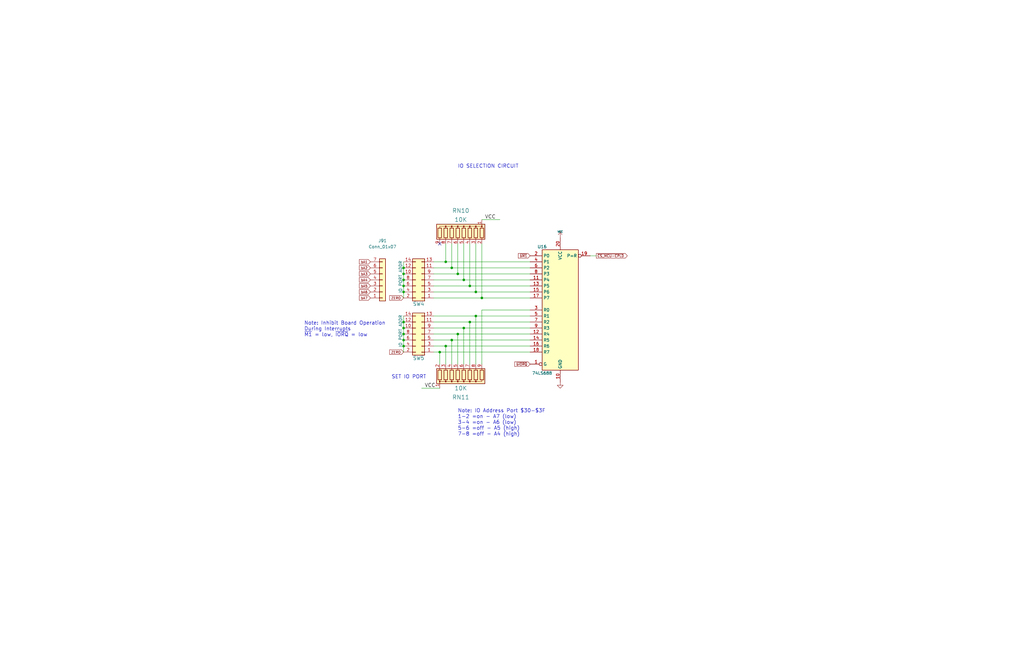
<source format=kicad_sch>
(kicad_sch (version 20211123) (generator eeschema)
  (paper "B")
  (lib_symbols
    (symbol "74xx:74LS688"
      (property "Reference" "U" (at -7.62 26.67 0))
      (property "Value" "74LS688" (at -7.62 -26.67 0))
      (symbol "74LS688_1_0"
        (pin input inverted (at -12.7 -22.86 0) (length 5.08) (name "G") (number "1"))
        (pin power_in line (at 0 -30.48 90) (length 5.08) (name "GND") (number "10"))
        (pin input line (at -12.7 12.7 0) (length 5.08) (name "P4") (number "11"))
        (pin input line (at -12.7 -10.16 0) (length 5.08) (name "R4") (number "12"))
        (pin input line (at -12.7 10.16 0) (length 5.08) (name "P5") (number "13"))
        (pin input line (at -12.7 -12.7 0) (length 5.08) (name "R5") (number "14"))
        (pin input line (at -12.7 7.62 0) (length 5.08) (name "P6") (number "15"))
        (pin input line (at -12.7 -15.24 0) (length 5.08) (name "R6") (number "16"))
        (pin input line (at -12.7 5.08 0) (length 5.08) (name "P7") (number "17"))
        (pin input line (at -12.7 -17.78 0) (length 5.08) (name "R7") (number "18"))
        (pin output inverted (at 12.7 22.86 180) (length 5.08) (name "P=R") (number "19"))
        (pin input line (at -12.7 22.86 0) (length 5.08) (name "P0") (number "2"))
        (pin power_in line (at 0 30.48 270) (length 5.08) (name "VCC") (number "20"))
        (pin input line (at -12.7 0 0) (length 5.08) (name "R0") (number "3"))
        (pin input line (at -12.7 20.32 0) (length 5.08) (name "P1") (number "4"))
        (pin input line (at -12.7 -2.54 0) (length 5.08) (name "R1") (number "5"))
        (pin input line (at -12.7 17.78 0) (length 5.08) (name "P2") (number "6"))
        (pin input line (at -12.7 -5.08 0) (length 5.08) (name "R2") (number "7"))
        (pin input line (at -12.7 15.24 0) (length 5.08) (name "P3") (number "8"))
        (pin input line (at -12.7 -7.62 0) (length 5.08) (name "R3") (number "9"))
      )
      (symbol "74LS688_1_1"
        (rectangle (start -7.62 25.4) (end 7.62 -25.4) (stroke (width 0.254)) (fill (type background)))
      )
    )
    (symbol "Connector_Generic:Conn_01x07" (pin_names (offset 1.016) hide)
      (property "Reference" "J" (at 0 10.16 0))
      (property "Value" "Conn_01x07" (at 0 -10.16 0))
      (symbol "Conn_01x07_1_1"
        (rectangle (start -1.27 -7.493) (end 0 -7.747) (stroke (width 0.1524)))
        (rectangle (start -1.27 -4.953) (end 0 -5.207) (stroke (width 0.1524)))
        (rectangle (start -1.27 -2.413) (end 0 -2.667) (stroke (width 0.1524)))
        (rectangle (start -1.27 0.127) (end 0 -0.127) (stroke (width 0.1524)))
        (rectangle (start -1.27 2.667) (end 0 2.413) (stroke (width 0.1524)))
        (rectangle (start -1.27 5.207) (end 0 4.953) (stroke (width 0.1524)))
        (rectangle (start -1.27 7.747) (end 0 7.493) (stroke (width 0.1524)))
        (rectangle (start -1.27 8.89) (end 1.27 -8.89) (stroke (width 0.254)) (fill (type background)))
        (pin passive line (at -5.08 7.62 0) (length 3.81) (name "Pin_1") (number "1"))
        (pin passive line (at -5.08 5.08 0) (length 3.81) (name "Pin_2") (number "2"))
        (pin passive line (at -5.08 2.54 0) (length 3.81) (name "Pin_3") (number "3"))
        (pin passive line (at -5.08 0 0) (length 3.81) (name "Pin_4") (number "4"))
        (pin passive line (at -5.08 -2.54 0) (length 3.81) (name "Pin_5") (number "5"))
        (pin passive line (at -5.08 -5.08 0) (length 3.81) (name "Pin_6") (number "6"))
        (pin passive line (at -5.08 -7.62 0) (length 3.81) (name "Pin_7") (number "7"))
      )
    )
    (symbol "Connector_Generic:Conn_02x07_Odd_Even" (pin_names (offset 1.016) hide)
      (property "Reference" "J" (at 1.27 10.16 0))
      (property "Value" "Conn_02x07_Odd_Even" (at 1.27 -10.16 0))
      (symbol "Conn_02x07_Odd_Even_1_1"
        (rectangle (start -1.27 -7.493) (end 0 -7.747) (stroke (width 0.1524)))
        (rectangle (start -1.27 -4.953) (end 0 -5.207) (stroke (width 0.1524)))
        (rectangle (start -1.27 -2.413) (end 0 -2.667) (stroke (width 0.1524)))
        (rectangle (start -1.27 0.127) (end 0 -0.127) (stroke (width 0.1524)))
        (rectangle (start -1.27 2.667) (end 0 2.413) (stroke (width 0.1524)))
        (rectangle (start -1.27 5.207) (end 0 4.953) (stroke (width 0.1524)))
        (rectangle (start -1.27 7.747) (end 0 7.493) (stroke (width 0.1524)))
        (rectangle (start -1.27 8.89) (end 3.81 -8.89) (stroke (width 0.254)) (fill (type background)))
        (rectangle (start 3.81 -7.493) (end 2.54 -7.747) (stroke (width 0.1524)))
        (rectangle (start 3.81 -4.953) (end 2.54 -5.207) (stroke (width 0.1524)))
        (rectangle (start 3.81 -2.413) (end 2.54 -2.667) (stroke (width 0.1524)))
        (rectangle (start 3.81 0.127) (end 2.54 -0.127) (stroke (width 0.1524)))
        (rectangle (start 3.81 2.667) (end 2.54 2.413) (stroke (width 0.1524)))
        (rectangle (start 3.81 5.207) (end 2.54 4.953) (stroke (width 0.1524)))
        (rectangle (start 3.81 7.747) (end 2.54 7.493) (stroke (width 0.1524)))
        (pin passive line (at -5.08 7.62 0) (length 3.81) (name "Pin_1") (number "1"))
        (pin passive line (at 7.62 -2.54 180) (length 3.81) (name "Pin_10") (number "10"))
        (pin passive line (at -5.08 -5.08 0) (length 3.81) (name "Pin_11") (number "11"))
        (pin passive line (at 7.62 -5.08 180) (length 3.81) (name "Pin_12") (number "12"))
        (pin passive line (at -5.08 -7.62 0) (length 3.81) (name "Pin_13") (number "13"))
        (pin passive line (at 7.62 -7.62 180) (length 3.81) (name "Pin_14") (number "14"))
        (pin passive line (at 7.62 7.62 180) (length 3.81) (name "Pin_2") (number "2"))
        (pin passive line (at -5.08 5.08 0) (length 3.81) (name "Pin_3") (number "3"))
        (pin passive line (at 7.62 5.08 180) (length 3.81) (name "Pin_4") (number "4"))
        (pin passive line (at -5.08 2.54 0) (length 3.81) (name "Pin_5") (number "5"))
        (pin passive line (at 7.62 2.54 180) (length 3.81) (name "Pin_6") (number "6"))
        (pin passive line (at -5.08 0 0) (length 3.81) (name "Pin_7") (number "7"))
        (pin passive line (at 7.62 0 180) (length 3.81) (name "Pin_8") (number "8"))
        (pin passive line (at -5.08 -2.54 0) (length 3.81) (name "Pin_9") (number "9"))
      )
    )
    (symbol "Device:R_Network08" (pin_names (offset 0) hide)
      (property "Reference" "RN" (at -12.7 0 90))
      (property "Value" "R_Network08" (at 10.16 0 90))
      (symbol "R_Network08_0_1"
        (rectangle (start -11.43 -3.175) (end 8.89 3.175) (stroke (width 0.254)) (fill (type background)))
        (rectangle (start -10.922 1.524) (end -9.398 -2.54) (stroke (width 0.254)))
        (circle (center -10.16 2.286) (radius 0.254) (fill (type outline)))
        (rectangle (start -8.382 1.524) (end -6.858 -2.54) (stroke (width 0.254)))
        (circle (center -7.62 2.286) (radius 0.254) (fill (type outline)))
        (rectangle (start -5.842 1.524) (end -4.318 -2.54) (stroke (width 0.254)))
        (circle (center -5.08 2.286) (radius 0.254) (fill (type outline)))
        (rectangle (start -3.302 1.524) (end -1.778 -2.54) (stroke (width 0.254)))
        (circle (center -2.54 2.286) (radius 0.254) (fill (type outline)))
        (rectangle (start -0.762 1.524) (end 0.762 -2.54) (stroke (width 0.254)))
        (polyline (pts (xy -10.16 -2.54) (xy -10.16 -3.81)))
        (polyline (pts (xy -7.62 -2.54) (xy -7.62 -3.81)))
        (polyline (pts (xy -5.08 -2.54) (xy -5.08 -3.81)))
        (polyline (pts (xy -2.54 -2.54) (xy -2.54 -3.81)))
        (polyline (pts (xy 0 -2.54) (xy 0 -3.81)))
        (polyline (pts (xy 2.54 -2.54) (xy 2.54 -3.81)))
        (polyline (pts (xy 5.08 -2.54) (xy 5.08 -3.81)))
        (polyline (pts (xy 7.62 -2.54) (xy 7.62 -3.81)))
        (polyline (pts (xy -10.16 1.524) (xy -10.16 2.286) (xy -7.62 2.286) (xy -7.62 1.524)))
        (polyline (pts (xy -7.62 1.524) (xy -7.62 2.286) (xy -5.08 2.286) (xy -5.08 1.524)))
        (polyline (pts (xy -5.08 1.524) (xy -5.08 2.286) (xy -2.54 2.286) (xy -2.54 1.524)))
        (polyline (pts (xy -2.54 1.524) (xy -2.54 2.286) (xy 0 2.286) (xy 0 1.524)))
        (polyline (pts (xy 0 1.524) (xy 0 2.286) (xy 2.54 2.286) (xy 2.54 1.524)))
        (polyline (pts (xy 2.54 1.524) (xy 2.54 2.286) (xy 5.08 2.286) (xy 5.08 1.524)))
        (polyline (pts (xy 5.08 1.524) (xy 5.08 2.286) (xy 7.62 2.286) (xy 7.62 1.524)))
        (circle (center 0 2.286) (radius 0.254) (fill (type outline)))
        (rectangle (start 1.778 1.524) (end 3.302 -2.54) (stroke (width 0.254)))
        (circle (center 2.54 2.286) (radius 0.254) (fill (type outline)))
        (rectangle (start 4.318 1.524) (end 5.842 -2.54) (stroke (width 0.254)))
        (circle (center 5.08 2.286) (radius 0.254) (fill (type outline)))
        (rectangle (start 6.858 1.524) (end 8.382 -2.54) (stroke (width 0.254)))
      )
      (symbol "R_Network08_1_1"
        (pin passive line (at -10.16 5.08 270) (length 2.54) (name "common") (number "1"))
        (pin passive line (at -10.16 -5.08 90) (length 1.27) (name "R1") (number "2"))
        (pin passive line (at -7.62 -5.08 90) (length 1.27) (name "R2") (number "3"))
        (pin passive line (at -5.08 -5.08 90) (length 1.27) (name "R3") (number "4"))
        (pin passive line (at -2.54 -5.08 90) (length 1.27) (name "R4") (number "5"))
        (pin passive line (at 0 -5.08 90) (length 1.27) (name "R5") (number "6"))
        (pin passive line (at 2.54 -5.08 90) (length 1.27) (name "R6") (number "7"))
        (pin passive line (at 5.08 -5.08 90) (length 1.27) (name "R7") (number "8"))
        (pin passive line (at 7.62 -5.08 90) (length 1.27) (name "R8") (number "9"))
      )
    )
    (symbol "power:GND" (power) (pin_names (offset 0))
      (property "Value" "GND" (at 0 -3.81 0))
      (symbol "GND_0_1"
        (polyline (pts (xy 0 0) (xy 0 -1.27) (xy 1.27 -1.27) (xy 0 -2.54) (xy -1.27 -1.27) (xy 0 -1.27)))
      )
      (symbol "GND_1_1"
        (pin power_in line (at 0 0 270) (length 0) hide (name "GND") (number "1"))
      )
    )
    (symbol "power:VCC" (power) (pin_names (offset 0))
      (property "Value" "VCC" (at 0 3.81 0))
      (symbol "VCC_0_1"
        (polyline (pts (xy -0.762 1.27) (xy 0 2.54)))
        (polyline (pts (xy 0 0) (xy 0 2.54)))
        (polyline (pts (xy 0 2.54) (xy 0.762 1.27)))
      )
      (symbol "VCC_1_1"
        (pin power_in line (at 0 0 90) (length 0) hide (name "VCC") (number "1"))
      )
    )
  )
  (junction (at 170.18 135.89))
  (junction (at 200.66 133.35))
  (junction (at 170.18 140.97))
  (junction (at 170.18 120.65))
  (junction (at 195.58 118.11))
  (junction (at 170.18 146.05))
  (junction (at 170.18 138.43))
  (junction (at 170.18 118.11))
  (junction (at 198.12 135.89))
  (junction (at 187.96 146.05))
  (junction (at 187.96 110.49))
  (junction (at 198.12 120.65))
  (junction (at 193.04 115.57))
  (junction (at 190.5 143.51))
  (junction (at 185.42 148.59))
  (junction (at 170.18 143.51))
  (junction (at 200.66 123.19))
  (junction (at 190.5 113.03))
  (junction (at 170.18 123.19))
  (junction (at 203.2 125.73))
  (junction (at 170.18 113.03))
  (junction (at 195.58 138.43))
  (junction (at 193.04 140.97))
  (junction (at 170.18 115.57))
  (no_connect (at 185.42 102.87))
  (wire (pts (xy 182.88 113.03) (xy 190.5 113.03)))
  (wire (pts (xy 198.12 120.65) (xy 198.12 102.87)))
  (wire (pts (xy 193.04 102.87) (xy 193.04 115.57)))
  (wire (pts (xy 170.18 120.65) (xy 170.18 123.19)))
  (wire (pts (xy 170.18 140.97) (xy 170.18 143.51)))
  (wire (pts (xy 190.5 143.51) (xy 223.52 143.51)))
  (wire (pts (xy 170.18 113.03) (xy 170.18 115.57)))
  (wire (pts (xy 182.88 146.05) (xy 187.96 146.05)))
  (wire (pts (xy 182.88 138.43) (xy 195.58 138.43)))
  (wire (pts (xy 200.66 123.19) (xy 223.52 123.19)))
  (wire (pts (xy 185.42 153.67) (xy 185.42 148.59)))
  (wire (pts (xy 187.96 146.05) (xy 223.52 146.05)))
  (wire (pts (xy 248.92 107.95) (xy 251.46 107.95)))
  (wire (pts (xy 193.04 115.57) (xy 223.52 115.57)))
  (wire (pts (xy 195.58 138.43) (xy 195.58 153.67)))
  (wire (pts (xy 195.58 118.11) (xy 195.58 102.87)))
  (wire (pts (xy 170.18 146.05) (xy 170.18 148.59)))
  (wire (pts (xy 198.12 135.89) (xy 198.12 153.67)))
  (wire (pts (xy 193.04 153.67) (xy 193.04 140.97)))
  (wire (pts (xy 182.88 135.89) (xy 198.12 135.89)))
  (wire (pts (xy 187.96 110.49) (xy 223.52 110.49)))
  (wire (pts (xy 200.66 123.19) (xy 200.66 102.87)))
  (wire (pts (xy 185.42 148.59) (xy 223.52 148.59)))
  (wire (pts (xy 182.88 123.19) (xy 200.66 123.19)))
  (wire (pts (xy 177.8 163.83) (xy 185.42 163.83)))
  (wire (pts (xy 182.88 115.57) (xy 193.04 115.57)))
  (wire (pts (xy 203.2 130.81) (xy 203.2 153.67)))
  (wire (pts (xy 198.12 135.89) (xy 223.52 135.89)))
  (wire (pts (xy 170.18 118.11) (xy 170.18 120.65)))
  (wire (pts (xy 203.2 92.71) (xy 210.82 92.71)))
  (wire (pts (xy 182.88 140.97) (xy 193.04 140.97)))
  (wire (pts (xy 198.12 120.65) (xy 223.52 120.65)))
  (wire (pts (xy 170.18 143.51) (xy 170.18 146.05)))
  (wire (pts (xy 190.5 113.03) (xy 223.52 113.03)))
  (wire (pts (xy 170.18 115.57) (xy 170.18 118.11)))
  (wire (pts (xy 203.2 130.81) (xy 223.52 130.81)))
  (wire (pts (xy 182.88 143.51) (xy 190.5 143.51)))
  (wire (pts (xy 190.5 153.67) (xy 190.5 143.51)))
  (wire (pts (xy 195.58 118.11) (xy 223.52 118.11)))
  (wire (pts (xy 170.18 133.35) (xy 170.18 135.89)))
  (wire (pts (xy 182.88 118.11) (xy 195.58 118.11)))
  (wire (pts (xy 187.96 102.87) (xy 187.96 110.49)))
  (wire (pts (xy 203.2 125.73) (xy 203.2 102.87)))
  (wire (pts (xy 190.5 102.87) (xy 190.5 113.03)))
  (wire (pts (xy 182.88 120.65) (xy 198.12 120.65)))
  (wire (pts (xy 182.88 125.73) (xy 203.2 125.73)))
  (wire (pts (xy 170.18 123.19) (xy 170.18 125.73)))
  (wire (pts (xy 200.66 133.35) (xy 200.66 153.67)))
  (wire (pts (xy 170.18 135.89) (xy 170.18 138.43)))
  (wire (pts (xy 203.2 125.73) (xy 223.52 125.73)))
  (wire (pts (xy 187.96 153.67) (xy 187.96 146.05)))
  (wire (pts (xy 195.58 138.43) (xy 223.52 138.43)))
  (wire (pts (xy 182.88 133.35) (xy 200.66 133.35)))
  (wire (pts (xy 200.66 133.35) (xy 223.52 133.35)))
  (wire (pts (xy 170.18 138.43) (xy 170.18 140.97)))
  (wire (pts (xy 193.04 140.97) (xy 223.52 140.97)))
  (wire (pts (xy 170.18 110.49) (xy 170.18 113.03)))
  (wire (pts (xy 182.88 110.49) (xy 187.96 110.49)))
  (wire (pts (xy 182.88 148.59) (xy 185.42 148.59)))
  (text "SET IO PORT" (at 165.1 160.02 0) (effects (font (size 1.524 1.524)) (justify left bottom)))
  (text "Note: IO Address Port $30-$3F\n1-2 =on - A7 (low)\n3-4 =on - A6 (low)\n5-6 =off - A5 (high)\n7-8 =off - A4 (high)" (at 193.04 184.15 0) (effects (font (size 1.524 1.524)) (justify left bottom)))
  (text "IO SELECTION CIRCUIT" (at 193.04 71.12 0) (effects (font (size 1.524 1.524)) (justify left bottom)))
  (text "Note: Inhibit Board Operation\nDuring Interrupts\n~{M1} = low, ~{IORQ} = low" (at 128.27 142.24 0) (effects (font (size 1.524 1.524)) (justify left bottom)))
  (label "VCC" (at 179.07 163.83 0) (effects (font (size 1.524 1.524))))
  (label "VCC" (at 204.47 92.71 0) (effects (font (size 1.524 1.524))))
  (global_label "~{CS_MCU-CPLD}" (shape output) (at 251.46 107.95 0) (effects (font (size 1.016 1.016))) (property "Intersheet References" "${INTERSHEET_REFS}" (effects hide)))
  (global_label "bA4" (shape input) (at 156.21 118.11 180) (effects (font (size 1.016 1.016))) (property "Intersheet References" "${INTERSHEET_REFS}" (effects hide)))
  (global_label "bA2" (shape input) (at 156.21 113.03 180) (effects (font (size 1.016 1.016))) (property "Intersheet References" "${INTERSHEET_REFS}" (effects hide)))
  (global_label "bA6" (shape input) (at 156.21 123.19 180) (effects (font (size 1.016 1.016))) (property "Intersheet References" "${INTERSHEET_REFS}" (effects hide)))
  (global_label "~{bIORQ}" (shape input) (at 223.52 153.67 180) (effects (font (size 1.016 1.016))) (property "Intersheet References" "${INTERSHEET_REFS}" (effects hide)))
  (global_label "ZERO" (shape input) (at 170.18 125.73 180) (effects (font (size 1.016 1.016))) (property "Intersheet References" "${INTERSHEET_REFS}" (effects hide)))
  (global_label "ZERO" (shape input) (at 170.18 148.59 180) (effects (font (size 1.016 1.016))) (property "Intersheet References" "${INTERSHEET_REFS}" (effects hide)))
  (global_label "bA3" (shape input) (at 156.21 115.57 180) (effects (font (size 1.016 1.016))) (property "Intersheet References" "${INTERSHEET_REFS}" (effects hide)))
  (global_label "bA5" (shape input) (at 156.21 120.65 180) (effects (font (size 1.016 1.016))) (property "Intersheet References" "${INTERSHEET_REFS}" (effects hide)))
  (global_label "bA7" (shape input) (at 156.21 125.73 180) (effects (font (size 1.016 1.016))) (property "Intersheet References" "${INTERSHEET_REFS}" (effects hide)))
  (global_label "~{bM1}" (shape input) (at 223.52 107.95 180) (effects (font (size 1.016 1.016))) (property "Intersheet References" "${INTERSHEET_REFS}" (effects hide)))
  (global_label "bA1" (shape input) (at 156.21 110.49 180) (effects (font (size 1.016 1.016))) (property "Intersheet References" "${INTERSHEET_REFS}" (effects hide)))
  (symbol (lib_id "Connector_Generic:Conn_02x07_Odd_Even") (at 177.8 140.97 180) (unit 1)
    (property "Reference" "SW5" (at 176.53 151.13 0) (effects (font (size 1.524 1.524))))
    (property "Value" "IO PORT ADDR" (at 168.91 139.7 90))
    (property "Footprint" "Connector_PinHeader_2.54mm:PinHeader_2x07_P2.54mm_Vertical" (effects hide))
  )
  (symbol (lib_id "power:VCC") (at 236.22 100.33 0) (unit 1)
    (property "Reference" "#PWR063" (effects hide))
    (property "Value" "VCC" (at 236.22 97.79 0) (effects (font (size 0.762 0.762))))
  )
  (symbol (lib_id "74xx:74LS688") (at 236.22 130.81 0) (unit 1)
    (property "Reference" "U16" (at 228.6 104.14 0))
    (property "Value" "74LS688" (at 228.6 157.48 0))
    (property "Footprint" "Package_DIP:DIP-20_W7.62mm" (effects hide))
    (property "Datasheet" "http://www.ti.com/lit/gpn/sn74LS688" (effects hide))
  )
  (symbol (lib_id "Device:R_Network08") (at 195.58 158.75 0) (mirror x) (unit 1)
    (property "Reference" "RN11" (at 194.31 167.64 0) (effects (font (size 1.778 1.778))))
    (property "Value" "10K" (at 194.31 163.83 0) (effects (font (size 1.778 1.778))))
    (property "Footprint" "Resistor_THT:R_Array_SIP9" (effects hide))
    (property "Datasheet" "http://www.vishay.com/docs/31509/csc.pdf" (effects hide))
  )
  (symbol (lib_id "power:GND") (at 236.22 161.29 0) (unit 1)
    (property "Reference" "#PWR064" (effects hide))
    (property "Value" "GND" (effects hide))
  )
  (symbol (lib_id "Connector_Generic:Conn_02x07_Odd_Even") (at 177.8 118.11 180) (unit 1)
    (property "Reference" "SW4" (at 176.53 128.27 0) (effects (font (size 1.524 1.524))))
    (property "Value" "IO PORT ADDR" (at 168.91 116.84 90))
    (property "Footprint" "Connector_PinHeader_2.54mm:PinHeader_2x07_P2.54mm_Vertical" (effects hide))
  )
  (symbol (lib_id "Device:R_Network08") (at 193.04 97.79 0) (mirror y) (unit 1)
    (property "Reference" "RN10" (at 194.31 88.9 0) (effects (font (size 1.778 1.778))))
    (property "Value" "10K" (at 194.31 92.71 0) (effects (font (size 1.778 1.778))))
    (property "Footprint" "Resistor_THT:R_Array_SIP9" (effects hide))
    (property "Datasheet" "http://www.vishay.com/docs/31509/csc.pdf" (effects hide))
  )
  (symbol (lib_id "Connector_Generic:Conn_01x07") (at 161.29 118.11 0) (mirror x) (unit 1)
    (property "Reference" "J91" (at 161.29 101.6 0))
    (property "Value" "Conn_01x07" (at 161.29 104.14 0))
    (property "Footprint" "Connector_PinHeader_2.54mm:PinHeader_1x07_P2.54mm_Vertical" (effects hide))
  )
)
</source>
